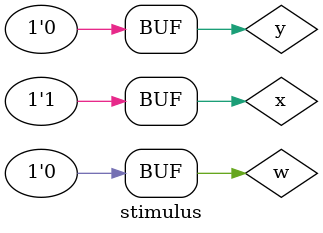
<source format=v>
`timescale 1ns / 1ps
module stimulus;
	// Inputs
	reg x;
	reg y;
    reg w;
	// Outputs
	wire z;
	// Instantiate the Unit Under Test (UUT)
	and_3_input_gate uut (
		x, 
		y, 
        w, 
		z
	);
 
	initial begin
	$dumpfile("test.vcd");
    $dumpvars(0,stimulus);
		// Initialize Inputs
		x = 0;
		y = 0;
        w = 0;
 
	#20 x = 1;
	#20 y = 1;
    #20 w = 1;
	#20 y = 0;
    #20 w = 0;	
	#20 x = 1;	  
	#40 ;
 
	end  
 
		initial begin
		 $monitor("t=%3d x=%d,y=%d,w=%d,z=%d \n",$time,x,y,w,z, );
		 end
 
endmodule
</source>
